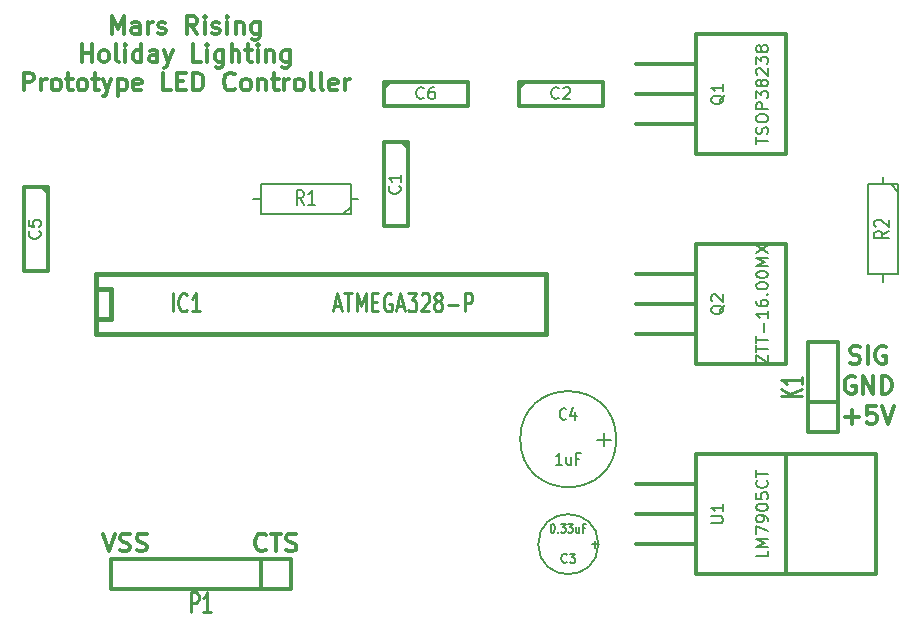
<source format=gto>
G04 (created by PCBNEW (2013-07-07 BZR 4022)-stable) date 5/29/2014 5:34:06 PM*
%MOIN*%
G04 Gerber Fmt 3.4, Leading zero omitted, Abs format*
%FSLAX34Y34*%
G01*
G70*
G90*
G04 APERTURE LIST*
%ADD10C,0.00590551*%
%ADD11C,0.011811*%
%ADD12C,0.012*%
%ADD13C,0.005*%
%ADD14C,0.015*%
%ADD15C,0.008*%
%ADD16C,0.0107*%
%ADD17C,0.0106*%
%ADD18C,0.006*%
%ADD19C,0.01125*%
%ADD20C,0.0075*%
G04 APERTURE END LIST*
G54D10*
G54D11*
X9539Y-6989D02*
X9539Y-6398D01*
X9736Y-6820D01*
X9933Y-6398D01*
X9933Y-6989D01*
X10467Y-6989D02*
X10467Y-6679D01*
X10439Y-6623D01*
X10383Y-6595D01*
X10270Y-6595D01*
X10214Y-6623D01*
X10467Y-6960D02*
X10411Y-6989D01*
X10270Y-6989D01*
X10214Y-6960D01*
X10186Y-6904D01*
X10186Y-6848D01*
X10214Y-6792D01*
X10270Y-6764D01*
X10411Y-6764D01*
X10467Y-6735D01*
X10748Y-6989D02*
X10748Y-6595D01*
X10748Y-6707D02*
X10776Y-6651D01*
X10804Y-6623D01*
X10861Y-6595D01*
X10917Y-6595D01*
X11086Y-6960D02*
X11142Y-6989D01*
X11254Y-6989D01*
X11311Y-6960D01*
X11339Y-6904D01*
X11339Y-6876D01*
X11311Y-6820D01*
X11254Y-6792D01*
X11170Y-6792D01*
X11114Y-6764D01*
X11086Y-6707D01*
X11086Y-6679D01*
X11114Y-6623D01*
X11170Y-6595D01*
X11254Y-6595D01*
X11311Y-6623D01*
X12379Y-6989D02*
X12182Y-6707D01*
X12042Y-6989D02*
X12042Y-6398D01*
X12267Y-6398D01*
X12323Y-6426D01*
X12351Y-6454D01*
X12379Y-6510D01*
X12379Y-6595D01*
X12351Y-6651D01*
X12323Y-6679D01*
X12267Y-6707D01*
X12042Y-6707D01*
X12632Y-6989D02*
X12632Y-6595D01*
X12632Y-6398D02*
X12604Y-6426D01*
X12632Y-6454D01*
X12660Y-6426D01*
X12632Y-6398D01*
X12632Y-6454D01*
X12885Y-6960D02*
X12942Y-6989D01*
X13054Y-6989D01*
X13110Y-6960D01*
X13138Y-6904D01*
X13138Y-6876D01*
X13110Y-6820D01*
X13054Y-6792D01*
X12970Y-6792D01*
X12913Y-6764D01*
X12885Y-6707D01*
X12885Y-6679D01*
X12913Y-6623D01*
X12970Y-6595D01*
X13054Y-6595D01*
X13110Y-6623D01*
X13392Y-6989D02*
X13392Y-6595D01*
X13392Y-6398D02*
X13363Y-6426D01*
X13392Y-6454D01*
X13420Y-6426D01*
X13392Y-6398D01*
X13392Y-6454D01*
X13673Y-6595D02*
X13673Y-6989D01*
X13673Y-6651D02*
X13701Y-6623D01*
X13757Y-6595D01*
X13841Y-6595D01*
X13898Y-6623D01*
X13926Y-6679D01*
X13926Y-6989D01*
X14460Y-6595D02*
X14460Y-7073D01*
X14432Y-7129D01*
X14404Y-7157D01*
X14348Y-7185D01*
X14263Y-7185D01*
X14207Y-7157D01*
X14460Y-6960D02*
X14404Y-6989D01*
X14291Y-6989D01*
X14235Y-6960D01*
X14207Y-6932D01*
X14179Y-6876D01*
X14179Y-6707D01*
X14207Y-6651D01*
X14235Y-6623D01*
X14291Y-6595D01*
X14404Y-6595D01*
X14460Y-6623D01*
X8526Y-7933D02*
X8526Y-7343D01*
X8526Y-7624D02*
X8864Y-7624D01*
X8864Y-7933D02*
X8864Y-7343D01*
X9230Y-7933D02*
X9173Y-7905D01*
X9145Y-7877D01*
X9117Y-7821D01*
X9117Y-7652D01*
X9145Y-7596D01*
X9173Y-7568D01*
X9230Y-7540D01*
X9314Y-7540D01*
X9370Y-7568D01*
X9398Y-7596D01*
X9426Y-7652D01*
X9426Y-7821D01*
X9398Y-7877D01*
X9370Y-7905D01*
X9314Y-7933D01*
X9230Y-7933D01*
X9764Y-7933D02*
X9708Y-7905D01*
X9679Y-7849D01*
X9679Y-7343D01*
X9989Y-7933D02*
X9989Y-7540D01*
X9989Y-7343D02*
X9961Y-7371D01*
X9989Y-7399D01*
X10017Y-7371D01*
X9989Y-7343D01*
X9989Y-7399D01*
X10523Y-7933D02*
X10523Y-7343D01*
X10523Y-7905D02*
X10467Y-7933D01*
X10354Y-7933D01*
X10298Y-7905D01*
X10270Y-7877D01*
X10242Y-7821D01*
X10242Y-7652D01*
X10270Y-7596D01*
X10298Y-7568D01*
X10354Y-7540D01*
X10467Y-7540D01*
X10523Y-7568D01*
X11057Y-7933D02*
X11057Y-7624D01*
X11029Y-7568D01*
X10973Y-7540D01*
X10861Y-7540D01*
X10804Y-7568D01*
X11057Y-7905D02*
X11001Y-7933D01*
X10861Y-7933D01*
X10804Y-7905D01*
X10776Y-7849D01*
X10776Y-7793D01*
X10804Y-7737D01*
X10861Y-7708D01*
X11001Y-7708D01*
X11057Y-7680D01*
X11282Y-7540D02*
X11423Y-7933D01*
X11564Y-7540D02*
X11423Y-7933D01*
X11367Y-8074D01*
X11339Y-8102D01*
X11282Y-8130D01*
X12520Y-7933D02*
X12239Y-7933D01*
X12239Y-7343D01*
X12717Y-7933D02*
X12717Y-7540D01*
X12717Y-7343D02*
X12688Y-7371D01*
X12717Y-7399D01*
X12745Y-7371D01*
X12717Y-7343D01*
X12717Y-7399D01*
X13251Y-7540D02*
X13251Y-8018D01*
X13223Y-8074D01*
X13195Y-8102D01*
X13138Y-8130D01*
X13054Y-8130D01*
X12998Y-8102D01*
X13251Y-7905D02*
X13195Y-7933D01*
X13082Y-7933D01*
X13026Y-7905D01*
X12998Y-7877D01*
X12970Y-7821D01*
X12970Y-7652D01*
X12998Y-7596D01*
X13026Y-7568D01*
X13082Y-7540D01*
X13195Y-7540D01*
X13251Y-7568D01*
X13532Y-7933D02*
X13532Y-7343D01*
X13785Y-7933D02*
X13785Y-7624D01*
X13757Y-7568D01*
X13701Y-7540D01*
X13616Y-7540D01*
X13560Y-7568D01*
X13532Y-7596D01*
X13982Y-7540D02*
X14207Y-7540D01*
X14066Y-7343D02*
X14066Y-7849D01*
X14095Y-7905D01*
X14151Y-7933D01*
X14207Y-7933D01*
X14404Y-7933D02*
X14404Y-7540D01*
X14404Y-7343D02*
X14376Y-7371D01*
X14404Y-7399D01*
X14432Y-7371D01*
X14404Y-7343D01*
X14404Y-7399D01*
X14685Y-7540D02*
X14685Y-7933D01*
X14685Y-7596D02*
X14713Y-7568D01*
X14769Y-7540D01*
X14854Y-7540D01*
X14910Y-7568D01*
X14938Y-7624D01*
X14938Y-7933D01*
X15473Y-7540D02*
X15473Y-8018D01*
X15444Y-8074D01*
X15416Y-8102D01*
X15360Y-8130D01*
X15276Y-8130D01*
X15219Y-8102D01*
X15473Y-7905D02*
X15416Y-7933D01*
X15304Y-7933D01*
X15248Y-7905D01*
X15219Y-7877D01*
X15191Y-7821D01*
X15191Y-7652D01*
X15219Y-7596D01*
X15248Y-7568D01*
X15304Y-7540D01*
X15416Y-7540D01*
X15473Y-7568D01*
X6600Y-8878D02*
X6600Y-8288D01*
X6825Y-8288D01*
X6881Y-8316D01*
X6910Y-8344D01*
X6938Y-8400D01*
X6938Y-8485D01*
X6910Y-8541D01*
X6881Y-8569D01*
X6825Y-8597D01*
X6600Y-8597D01*
X7191Y-8878D02*
X7191Y-8485D01*
X7191Y-8597D02*
X7219Y-8541D01*
X7247Y-8513D01*
X7303Y-8485D01*
X7359Y-8485D01*
X7641Y-8878D02*
X7584Y-8850D01*
X7556Y-8822D01*
X7528Y-8766D01*
X7528Y-8597D01*
X7556Y-8541D01*
X7584Y-8513D01*
X7641Y-8485D01*
X7725Y-8485D01*
X7781Y-8513D01*
X7809Y-8541D01*
X7838Y-8597D01*
X7838Y-8766D01*
X7809Y-8822D01*
X7781Y-8850D01*
X7725Y-8878D01*
X7641Y-8878D01*
X8006Y-8485D02*
X8231Y-8485D01*
X8091Y-8288D02*
X8091Y-8794D01*
X8119Y-8850D01*
X8175Y-8878D01*
X8231Y-8878D01*
X8512Y-8878D02*
X8456Y-8850D01*
X8428Y-8822D01*
X8400Y-8766D01*
X8400Y-8597D01*
X8428Y-8541D01*
X8456Y-8513D01*
X8512Y-8485D01*
X8597Y-8485D01*
X8653Y-8513D01*
X8681Y-8541D01*
X8709Y-8597D01*
X8709Y-8766D01*
X8681Y-8822D01*
X8653Y-8850D01*
X8597Y-8878D01*
X8512Y-8878D01*
X8878Y-8485D02*
X9103Y-8485D01*
X8962Y-8288D02*
X8962Y-8794D01*
X8991Y-8850D01*
X9047Y-8878D01*
X9103Y-8878D01*
X9244Y-8485D02*
X9384Y-8878D01*
X9525Y-8485D02*
X9384Y-8878D01*
X9328Y-9019D01*
X9300Y-9047D01*
X9244Y-9075D01*
X9750Y-8485D02*
X9750Y-9075D01*
X9750Y-8513D02*
X9806Y-8485D01*
X9919Y-8485D01*
X9975Y-8513D01*
X10003Y-8541D01*
X10031Y-8597D01*
X10031Y-8766D01*
X10003Y-8822D01*
X9975Y-8850D01*
X9919Y-8878D01*
X9806Y-8878D01*
X9750Y-8850D01*
X10509Y-8850D02*
X10453Y-8878D01*
X10340Y-8878D01*
X10284Y-8850D01*
X10256Y-8794D01*
X10256Y-8569D01*
X10284Y-8513D01*
X10340Y-8485D01*
X10453Y-8485D01*
X10509Y-8513D01*
X10537Y-8569D01*
X10537Y-8625D01*
X10256Y-8681D01*
X11521Y-8878D02*
X11240Y-8878D01*
X11240Y-8288D01*
X11718Y-8569D02*
X11915Y-8569D01*
X12000Y-8878D02*
X11718Y-8878D01*
X11718Y-8288D01*
X12000Y-8288D01*
X12253Y-8878D02*
X12253Y-8288D01*
X12393Y-8288D01*
X12478Y-8316D01*
X12534Y-8372D01*
X12562Y-8428D01*
X12590Y-8541D01*
X12590Y-8625D01*
X12562Y-8738D01*
X12534Y-8794D01*
X12478Y-8850D01*
X12393Y-8878D01*
X12253Y-8878D01*
X13631Y-8822D02*
X13602Y-8850D01*
X13518Y-8878D01*
X13462Y-8878D01*
X13377Y-8850D01*
X13321Y-8794D01*
X13293Y-8738D01*
X13265Y-8625D01*
X13265Y-8541D01*
X13293Y-8428D01*
X13321Y-8372D01*
X13377Y-8316D01*
X13462Y-8288D01*
X13518Y-8288D01*
X13602Y-8316D01*
X13631Y-8344D01*
X13968Y-8878D02*
X13912Y-8850D01*
X13884Y-8822D01*
X13856Y-8766D01*
X13856Y-8597D01*
X13884Y-8541D01*
X13912Y-8513D01*
X13968Y-8485D01*
X14052Y-8485D01*
X14109Y-8513D01*
X14137Y-8541D01*
X14165Y-8597D01*
X14165Y-8766D01*
X14137Y-8822D01*
X14109Y-8850D01*
X14052Y-8878D01*
X13968Y-8878D01*
X14418Y-8485D02*
X14418Y-8878D01*
X14418Y-8541D02*
X14446Y-8513D01*
X14502Y-8485D01*
X14587Y-8485D01*
X14643Y-8513D01*
X14671Y-8569D01*
X14671Y-8878D01*
X14868Y-8485D02*
X15093Y-8485D01*
X14952Y-8288D02*
X14952Y-8794D01*
X14980Y-8850D01*
X15037Y-8878D01*
X15093Y-8878D01*
X15290Y-8878D02*
X15290Y-8485D01*
X15290Y-8597D02*
X15318Y-8541D01*
X15346Y-8513D01*
X15402Y-8485D01*
X15458Y-8485D01*
X15740Y-8878D02*
X15683Y-8850D01*
X15655Y-8822D01*
X15627Y-8766D01*
X15627Y-8597D01*
X15655Y-8541D01*
X15683Y-8513D01*
X15740Y-8485D01*
X15824Y-8485D01*
X15880Y-8513D01*
X15908Y-8541D01*
X15937Y-8597D01*
X15937Y-8766D01*
X15908Y-8822D01*
X15880Y-8850D01*
X15824Y-8878D01*
X15740Y-8878D01*
X16274Y-8878D02*
X16218Y-8850D01*
X16190Y-8794D01*
X16190Y-8288D01*
X16583Y-8878D02*
X16527Y-8850D01*
X16499Y-8794D01*
X16499Y-8288D01*
X17033Y-8850D02*
X16977Y-8878D01*
X16865Y-8878D01*
X16808Y-8850D01*
X16780Y-8794D01*
X16780Y-8569D01*
X16808Y-8513D01*
X16865Y-8485D01*
X16977Y-8485D01*
X17033Y-8513D01*
X17061Y-8569D01*
X17061Y-8625D01*
X16780Y-8681D01*
X17314Y-8878D02*
X17314Y-8485D01*
X17314Y-8597D02*
X17343Y-8541D01*
X17371Y-8513D01*
X17427Y-8485D01*
X17483Y-8485D01*
X9240Y-23648D02*
X9437Y-24239D01*
X9634Y-23648D01*
X9803Y-24210D02*
X9887Y-24239D01*
X10028Y-24239D01*
X10084Y-24210D01*
X10112Y-24182D01*
X10140Y-24126D01*
X10140Y-24070D01*
X10112Y-24014D01*
X10084Y-23985D01*
X10028Y-23957D01*
X9915Y-23929D01*
X9859Y-23901D01*
X9831Y-23873D01*
X9803Y-23817D01*
X9803Y-23760D01*
X9831Y-23704D01*
X9859Y-23676D01*
X9915Y-23648D01*
X10056Y-23648D01*
X10140Y-23676D01*
X10365Y-24210D02*
X10449Y-24239D01*
X10590Y-24239D01*
X10646Y-24210D01*
X10674Y-24182D01*
X10703Y-24126D01*
X10703Y-24070D01*
X10674Y-24014D01*
X10646Y-23985D01*
X10590Y-23957D01*
X10478Y-23929D01*
X10421Y-23901D01*
X10393Y-23873D01*
X10365Y-23817D01*
X10365Y-23760D01*
X10393Y-23704D01*
X10421Y-23676D01*
X10478Y-23648D01*
X10618Y-23648D01*
X10703Y-23676D01*
X14676Y-24182D02*
X14648Y-24210D01*
X14564Y-24239D01*
X14507Y-24239D01*
X14423Y-24210D01*
X14367Y-24154D01*
X14339Y-24098D01*
X14311Y-23985D01*
X14311Y-23901D01*
X14339Y-23789D01*
X14367Y-23732D01*
X14423Y-23676D01*
X14507Y-23648D01*
X14564Y-23648D01*
X14648Y-23676D01*
X14676Y-23704D01*
X14845Y-23648D02*
X15182Y-23648D01*
X15014Y-24239D02*
X15014Y-23648D01*
X15351Y-24210D02*
X15435Y-24239D01*
X15576Y-24239D01*
X15632Y-24210D01*
X15660Y-24182D01*
X15688Y-24126D01*
X15688Y-24070D01*
X15660Y-24014D01*
X15632Y-23985D01*
X15576Y-23957D01*
X15464Y-23929D01*
X15407Y-23901D01*
X15379Y-23873D01*
X15351Y-23817D01*
X15351Y-23760D01*
X15379Y-23704D01*
X15407Y-23676D01*
X15464Y-23648D01*
X15604Y-23648D01*
X15688Y-23676D01*
X34145Y-17960D02*
X34229Y-17989D01*
X34370Y-17989D01*
X34426Y-17960D01*
X34454Y-17932D01*
X34482Y-17876D01*
X34482Y-17820D01*
X34454Y-17764D01*
X34426Y-17735D01*
X34370Y-17707D01*
X34257Y-17679D01*
X34201Y-17651D01*
X34173Y-17623D01*
X34145Y-17567D01*
X34145Y-17510D01*
X34173Y-17454D01*
X34201Y-17426D01*
X34257Y-17398D01*
X34398Y-17398D01*
X34482Y-17426D01*
X34735Y-17989D02*
X34735Y-17398D01*
X35326Y-17426D02*
X35270Y-17398D01*
X35185Y-17398D01*
X35101Y-17426D01*
X35045Y-17482D01*
X35017Y-17539D01*
X34989Y-17651D01*
X34989Y-17735D01*
X35017Y-17848D01*
X35045Y-17904D01*
X35101Y-17960D01*
X35185Y-17989D01*
X35242Y-17989D01*
X35326Y-17960D01*
X35354Y-17932D01*
X35354Y-17735D01*
X35242Y-17735D01*
X34300Y-18426D02*
X34243Y-18398D01*
X34159Y-18398D01*
X34075Y-18426D01*
X34018Y-18482D01*
X33990Y-18539D01*
X33962Y-18651D01*
X33962Y-18735D01*
X33990Y-18848D01*
X34018Y-18904D01*
X34075Y-18960D01*
X34159Y-18989D01*
X34215Y-18989D01*
X34300Y-18960D01*
X34328Y-18932D01*
X34328Y-18735D01*
X34215Y-18735D01*
X34581Y-18989D02*
X34581Y-18398D01*
X34918Y-18989D01*
X34918Y-18398D01*
X35199Y-18989D02*
X35199Y-18398D01*
X35340Y-18398D01*
X35424Y-18426D01*
X35481Y-18482D01*
X35509Y-18539D01*
X35537Y-18651D01*
X35537Y-18735D01*
X35509Y-18848D01*
X35481Y-18904D01*
X35424Y-18960D01*
X35340Y-18989D01*
X35199Y-18989D01*
X33990Y-19764D02*
X34440Y-19764D01*
X34215Y-19989D02*
X34215Y-19539D01*
X35003Y-19398D02*
X34721Y-19398D01*
X34693Y-19679D01*
X34721Y-19651D01*
X34778Y-19623D01*
X34918Y-19623D01*
X34974Y-19651D01*
X35003Y-19679D01*
X35031Y-19735D01*
X35031Y-19876D01*
X35003Y-19932D01*
X34974Y-19960D01*
X34918Y-19989D01*
X34778Y-19989D01*
X34721Y-19960D01*
X34693Y-19932D01*
X35199Y-19398D02*
X35396Y-19989D01*
X35593Y-19398D01*
X32000Y-11000D02*
X29000Y-11000D01*
X29000Y-7000D02*
X32000Y-7000D01*
G54D12*
X27000Y-8000D02*
X29000Y-8000D01*
X27000Y-9000D02*
X29000Y-9000D01*
X27000Y-10000D02*
X29000Y-10000D01*
X29000Y-7000D02*
X29000Y-11000D01*
X32000Y-10500D02*
X32000Y-7000D01*
X32000Y-10500D02*
X32000Y-11000D01*
G54D11*
X29000Y-14000D02*
X32000Y-14000D01*
G54D10*
X32000Y-14000D02*
X32000Y-18000D01*
G54D11*
X32000Y-18000D02*
X29000Y-18000D01*
G54D10*
X29000Y-18000D02*
X29000Y-14000D01*
G54D12*
X27000Y-15000D02*
X29000Y-15000D01*
X27000Y-16000D02*
X29000Y-16000D01*
X27000Y-17000D02*
X29000Y-17000D01*
X29000Y-14000D02*
X29000Y-18000D01*
X32000Y-17500D02*
X32000Y-14000D01*
X32000Y-17500D02*
X32000Y-18000D01*
X27000Y-22000D02*
X29000Y-22000D01*
X27000Y-23000D02*
X29000Y-23000D01*
X27000Y-24000D02*
X29000Y-24000D01*
X29000Y-25000D02*
X35000Y-25000D01*
X35000Y-25000D02*
X35000Y-21000D01*
X35000Y-21000D02*
X29000Y-21000D01*
X29000Y-21000D02*
X29000Y-25000D01*
X32000Y-24500D02*
X32000Y-21000D01*
X32000Y-24500D02*
X32000Y-25000D01*
X15500Y-24500D02*
X15500Y-25500D01*
X15500Y-25500D02*
X9500Y-25500D01*
X9500Y-25500D02*
X9500Y-24500D01*
X9500Y-24500D02*
X15500Y-24500D01*
X14500Y-24500D02*
X14500Y-25500D01*
X33750Y-20250D02*
X32750Y-20250D01*
X32750Y-20250D02*
X32750Y-17250D01*
X32750Y-17250D02*
X33750Y-17250D01*
X33750Y-17250D02*
X33750Y-20250D01*
X32750Y-19250D02*
X33750Y-19250D01*
G54D13*
X17500Y-12750D02*
X17500Y-12000D01*
X17500Y-12000D02*
X14500Y-12000D01*
X14500Y-12000D02*
X14500Y-13000D01*
X14500Y-13000D02*
X17500Y-13000D01*
X17500Y-13000D02*
X17500Y-12750D01*
X17750Y-12500D02*
X17500Y-12500D01*
X14500Y-12500D02*
X14250Y-12500D01*
X17500Y-12750D02*
X17250Y-13000D01*
G54D14*
X9000Y-15000D02*
X24000Y-15000D01*
X24000Y-15000D02*
X24000Y-17000D01*
X24000Y-17000D02*
X9000Y-17000D01*
X9000Y-17000D02*
X9000Y-15000D01*
X9000Y-15500D02*
X9500Y-15500D01*
X9500Y-15500D02*
X9500Y-16500D01*
X9500Y-16500D02*
X9000Y-16500D01*
G54D12*
X23100Y-8600D02*
X25900Y-8600D01*
X25900Y-8600D02*
X25900Y-9400D01*
X25900Y-9400D02*
X23100Y-9400D01*
X23100Y-9400D02*
X23100Y-8600D01*
X23100Y-8800D02*
X23300Y-8600D01*
X19400Y-10600D02*
X19400Y-13400D01*
X19400Y-13400D02*
X18600Y-13400D01*
X18600Y-13400D02*
X18600Y-10600D01*
X18600Y-10600D02*
X19400Y-10600D01*
X19200Y-10600D02*
X19400Y-10800D01*
X7400Y-12100D02*
X7400Y-14900D01*
X7400Y-14900D02*
X6600Y-14900D01*
X6600Y-14900D02*
X6600Y-12100D01*
X6600Y-12100D02*
X7400Y-12100D01*
X7200Y-12100D02*
X7400Y-12300D01*
X18600Y-8600D02*
X21400Y-8600D01*
X21400Y-8600D02*
X21400Y-9400D01*
X21400Y-9400D02*
X18600Y-9400D01*
X18600Y-9400D02*
X18600Y-8600D01*
X18600Y-8800D02*
X18800Y-8600D01*
G54D15*
X26350Y-20500D02*
G75*
G03X26350Y-20500I-1600J0D01*
G74*
G01*
G54D13*
X25751Y-24000D02*
G75*
G03X25751Y-24000I-1001J0D01*
G74*
G01*
X35500Y-12000D02*
X34750Y-12000D01*
X34750Y-12000D02*
X34750Y-15000D01*
X34750Y-15000D02*
X35750Y-15000D01*
X35750Y-15000D02*
X35750Y-12000D01*
X35750Y-12000D02*
X35500Y-12000D01*
X35250Y-11750D02*
X35250Y-12000D01*
X35250Y-15000D02*
X35250Y-15250D01*
X35500Y-12000D02*
X35750Y-12250D01*
G54D15*
X29950Y-9038D02*
X29930Y-9076D01*
X29892Y-9114D01*
X29835Y-9171D01*
X29816Y-9209D01*
X29816Y-9247D01*
X29911Y-9228D02*
X29892Y-9266D01*
X29854Y-9304D01*
X29778Y-9323D01*
X29645Y-9323D01*
X29569Y-9304D01*
X29530Y-9266D01*
X29511Y-9228D01*
X29511Y-9152D01*
X29530Y-9114D01*
X29569Y-9076D01*
X29645Y-9057D01*
X29778Y-9057D01*
X29854Y-9076D01*
X29892Y-9114D01*
X29911Y-9152D01*
X29911Y-9228D01*
X29911Y-8676D02*
X29911Y-8904D01*
X29911Y-8790D02*
X29511Y-8790D01*
X29569Y-8828D01*
X29607Y-8866D01*
X29626Y-8904D01*
X31011Y-10666D02*
X31011Y-10438D01*
X31411Y-10552D02*
X31011Y-10552D01*
X31392Y-10323D02*
X31411Y-10266D01*
X31411Y-10171D01*
X31392Y-10133D01*
X31373Y-10114D01*
X31335Y-10095D01*
X31297Y-10095D01*
X31259Y-10114D01*
X31240Y-10133D01*
X31221Y-10171D01*
X31202Y-10247D01*
X31183Y-10285D01*
X31164Y-10304D01*
X31126Y-10323D01*
X31088Y-10323D01*
X31050Y-10304D01*
X31030Y-10285D01*
X31011Y-10247D01*
X31011Y-10152D01*
X31030Y-10095D01*
X31011Y-9847D02*
X31011Y-9771D01*
X31030Y-9733D01*
X31069Y-9695D01*
X31145Y-9676D01*
X31278Y-9676D01*
X31354Y-9695D01*
X31392Y-9733D01*
X31411Y-9771D01*
X31411Y-9847D01*
X31392Y-9885D01*
X31354Y-9923D01*
X31278Y-9942D01*
X31145Y-9942D01*
X31069Y-9923D01*
X31030Y-9885D01*
X31011Y-9847D01*
X31411Y-9504D02*
X31011Y-9504D01*
X31011Y-9352D01*
X31030Y-9314D01*
X31050Y-9295D01*
X31088Y-9276D01*
X31145Y-9276D01*
X31183Y-9295D01*
X31202Y-9314D01*
X31221Y-9352D01*
X31221Y-9504D01*
X31011Y-9142D02*
X31011Y-8895D01*
X31164Y-9028D01*
X31164Y-8971D01*
X31183Y-8933D01*
X31202Y-8914D01*
X31240Y-8895D01*
X31335Y-8895D01*
X31373Y-8914D01*
X31392Y-8933D01*
X31411Y-8971D01*
X31411Y-9085D01*
X31392Y-9123D01*
X31373Y-9142D01*
X31183Y-8666D02*
X31164Y-8704D01*
X31145Y-8723D01*
X31107Y-8742D01*
X31088Y-8742D01*
X31050Y-8723D01*
X31030Y-8704D01*
X31011Y-8666D01*
X31011Y-8590D01*
X31030Y-8552D01*
X31050Y-8533D01*
X31088Y-8514D01*
X31107Y-8514D01*
X31145Y-8533D01*
X31164Y-8552D01*
X31183Y-8590D01*
X31183Y-8666D01*
X31202Y-8704D01*
X31221Y-8723D01*
X31259Y-8742D01*
X31335Y-8742D01*
X31373Y-8723D01*
X31392Y-8704D01*
X31411Y-8666D01*
X31411Y-8590D01*
X31392Y-8552D01*
X31373Y-8533D01*
X31335Y-8514D01*
X31259Y-8514D01*
X31221Y-8533D01*
X31202Y-8552D01*
X31183Y-8590D01*
X31050Y-8361D02*
X31030Y-8342D01*
X31011Y-8304D01*
X31011Y-8209D01*
X31030Y-8171D01*
X31050Y-8152D01*
X31088Y-8133D01*
X31126Y-8133D01*
X31183Y-8152D01*
X31411Y-8380D01*
X31411Y-8133D01*
X31011Y-8000D02*
X31011Y-7752D01*
X31164Y-7885D01*
X31164Y-7828D01*
X31183Y-7790D01*
X31202Y-7771D01*
X31240Y-7752D01*
X31335Y-7752D01*
X31373Y-7771D01*
X31392Y-7790D01*
X31411Y-7828D01*
X31411Y-7942D01*
X31392Y-7980D01*
X31373Y-8000D01*
X31183Y-7523D02*
X31164Y-7561D01*
X31145Y-7580D01*
X31107Y-7600D01*
X31088Y-7600D01*
X31050Y-7580D01*
X31030Y-7561D01*
X31011Y-7523D01*
X31011Y-7447D01*
X31030Y-7409D01*
X31050Y-7390D01*
X31088Y-7371D01*
X31107Y-7371D01*
X31145Y-7390D01*
X31164Y-7409D01*
X31183Y-7447D01*
X31183Y-7523D01*
X31202Y-7561D01*
X31221Y-7580D01*
X31259Y-7600D01*
X31335Y-7600D01*
X31373Y-7580D01*
X31392Y-7561D01*
X31411Y-7523D01*
X31411Y-7447D01*
X31392Y-7409D01*
X31373Y-7390D01*
X31335Y-7371D01*
X31259Y-7371D01*
X31221Y-7390D01*
X31202Y-7409D01*
X31183Y-7447D01*
X29950Y-16038D02*
X29930Y-16076D01*
X29892Y-16114D01*
X29835Y-16171D01*
X29816Y-16209D01*
X29816Y-16247D01*
X29911Y-16228D02*
X29892Y-16266D01*
X29854Y-16304D01*
X29778Y-16323D01*
X29645Y-16323D01*
X29569Y-16304D01*
X29530Y-16266D01*
X29511Y-16228D01*
X29511Y-16152D01*
X29530Y-16114D01*
X29569Y-16076D01*
X29645Y-16057D01*
X29778Y-16057D01*
X29854Y-16076D01*
X29892Y-16114D01*
X29911Y-16152D01*
X29911Y-16228D01*
X29550Y-15904D02*
X29530Y-15885D01*
X29511Y-15847D01*
X29511Y-15752D01*
X29530Y-15714D01*
X29550Y-15695D01*
X29588Y-15676D01*
X29626Y-15676D01*
X29683Y-15695D01*
X29911Y-15923D01*
X29911Y-15676D01*
X31011Y-17961D02*
X31011Y-17695D01*
X31411Y-17961D01*
X31411Y-17695D01*
X31011Y-17600D02*
X31011Y-17371D01*
X31411Y-17485D02*
X31011Y-17485D01*
X31011Y-17295D02*
X31011Y-17066D01*
X31411Y-17180D02*
X31011Y-17180D01*
X31259Y-16933D02*
X31259Y-16628D01*
X31411Y-16228D02*
X31411Y-16457D01*
X31411Y-16342D02*
X31011Y-16342D01*
X31069Y-16380D01*
X31107Y-16419D01*
X31126Y-16457D01*
X31011Y-15885D02*
X31011Y-15961D01*
X31030Y-16000D01*
X31050Y-16019D01*
X31107Y-16057D01*
X31183Y-16076D01*
X31335Y-16076D01*
X31373Y-16057D01*
X31392Y-16038D01*
X31411Y-16000D01*
X31411Y-15923D01*
X31392Y-15885D01*
X31373Y-15866D01*
X31335Y-15847D01*
X31240Y-15847D01*
X31202Y-15866D01*
X31183Y-15885D01*
X31164Y-15923D01*
X31164Y-16000D01*
X31183Y-16038D01*
X31202Y-16057D01*
X31240Y-16076D01*
X31373Y-15676D02*
X31392Y-15657D01*
X31411Y-15676D01*
X31392Y-15695D01*
X31373Y-15676D01*
X31411Y-15676D01*
X31011Y-15409D02*
X31011Y-15371D01*
X31030Y-15333D01*
X31050Y-15314D01*
X31088Y-15295D01*
X31164Y-15276D01*
X31259Y-15276D01*
X31335Y-15295D01*
X31373Y-15314D01*
X31392Y-15333D01*
X31411Y-15371D01*
X31411Y-15409D01*
X31392Y-15447D01*
X31373Y-15466D01*
X31335Y-15485D01*
X31259Y-15504D01*
X31164Y-15504D01*
X31088Y-15485D01*
X31050Y-15466D01*
X31030Y-15447D01*
X31011Y-15409D01*
X31011Y-15028D02*
X31011Y-14990D01*
X31030Y-14952D01*
X31050Y-14933D01*
X31088Y-14914D01*
X31164Y-14895D01*
X31259Y-14895D01*
X31335Y-14914D01*
X31373Y-14933D01*
X31392Y-14952D01*
X31411Y-14990D01*
X31411Y-15028D01*
X31392Y-15066D01*
X31373Y-15085D01*
X31335Y-15104D01*
X31259Y-15123D01*
X31164Y-15123D01*
X31088Y-15104D01*
X31050Y-15085D01*
X31030Y-15066D01*
X31011Y-15028D01*
X31411Y-14723D02*
X31011Y-14723D01*
X31297Y-14590D01*
X31011Y-14457D01*
X31411Y-14457D01*
X31011Y-14304D02*
X31411Y-14038D01*
X31011Y-14038D02*
X31411Y-14304D01*
X29511Y-23304D02*
X29835Y-23304D01*
X29873Y-23285D01*
X29892Y-23266D01*
X29911Y-23228D01*
X29911Y-23152D01*
X29892Y-23114D01*
X29873Y-23095D01*
X29835Y-23076D01*
X29511Y-23076D01*
X29911Y-22676D02*
X29911Y-22904D01*
X29911Y-22790D02*
X29511Y-22790D01*
X29569Y-22828D01*
X29607Y-22866D01*
X29626Y-22904D01*
X31411Y-24219D02*
X31411Y-24409D01*
X31011Y-24409D01*
X31411Y-24085D02*
X31011Y-24085D01*
X31297Y-23952D01*
X31011Y-23819D01*
X31411Y-23819D01*
X31011Y-23666D02*
X31011Y-23400D01*
X31411Y-23571D01*
X31411Y-23228D02*
X31411Y-23152D01*
X31392Y-23114D01*
X31373Y-23095D01*
X31316Y-23057D01*
X31240Y-23038D01*
X31088Y-23038D01*
X31050Y-23057D01*
X31030Y-23076D01*
X31011Y-23114D01*
X31011Y-23190D01*
X31030Y-23228D01*
X31050Y-23247D01*
X31088Y-23266D01*
X31183Y-23266D01*
X31221Y-23247D01*
X31240Y-23228D01*
X31259Y-23190D01*
X31259Y-23114D01*
X31240Y-23076D01*
X31221Y-23057D01*
X31183Y-23038D01*
X31011Y-22790D02*
X31011Y-22752D01*
X31030Y-22714D01*
X31050Y-22695D01*
X31088Y-22676D01*
X31164Y-22657D01*
X31259Y-22657D01*
X31335Y-22676D01*
X31373Y-22695D01*
X31392Y-22714D01*
X31411Y-22752D01*
X31411Y-22790D01*
X31392Y-22828D01*
X31373Y-22847D01*
X31335Y-22866D01*
X31259Y-22885D01*
X31164Y-22885D01*
X31088Y-22866D01*
X31050Y-22847D01*
X31030Y-22828D01*
X31011Y-22790D01*
X31011Y-22295D02*
X31011Y-22485D01*
X31202Y-22504D01*
X31183Y-22485D01*
X31164Y-22447D01*
X31164Y-22352D01*
X31183Y-22314D01*
X31202Y-22295D01*
X31240Y-22276D01*
X31335Y-22276D01*
X31373Y-22295D01*
X31392Y-22314D01*
X31411Y-22352D01*
X31411Y-22447D01*
X31392Y-22485D01*
X31373Y-22504D01*
X31373Y-21876D02*
X31392Y-21895D01*
X31411Y-21952D01*
X31411Y-21990D01*
X31392Y-22047D01*
X31354Y-22085D01*
X31316Y-22104D01*
X31240Y-22123D01*
X31183Y-22123D01*
X31107Y-22104D01*
X31069Y-22085D01*
X31030Y-22047D01*
X31011Y-21990D01*
X31011Y-21952D01*
X31030Y-21895D01*
X31050Y-21876D01*
X31011Y-21761D02*
X31011Y-21533D01*
X31411Y-21647D02*
X31011Y-21647D01*
G54D16*
X12184Y-26275D02*
X12184Y-25594D01*
X12347Y-25594D01*
X12387Y-25627D01*
X12408Y-25659D01*
X12428Y-25724D01*
X12428Y-25821D01*
X12408Y-25886D01*
X12387Y-25918D01*
X12347Y-25951D01*
X12184Y-25951D01*
X12836Y-26275D02*
X12591Y-26275D01*
X12714Y-26275D02*
X12714Y-25594D01*
X12673Y-25691D01*
X12632Y-25756D01*
X12591Y-25789D01*
G54D12*
G54D17*
X32535Y-19062D02*
X31830Y-19062D01*
X32535Y-18820D02*
X32132Y-19002D01*
X31830Y-18820D02*
X32233Y-19062D01*
X32535Y-18416D02*
X32535Y-18659D01*
X32535Y-18538D02*
X31830Y-18538D01*
X31931Y-18578D01*
X31998Y-18618D01*
X32031Y-18659D01*
G54D12*
G54D18*
X15933Y-12702D02*
X15800Y-12464D01*
X15704Y-12702D02*
X15704Y-12202D01*
X15857Y-12202D01*
X15895Y-12226D01*
X15914Y-12250D01*
X15933Y-12297D01*
X15933Y-12369D01*
X15914Y-12416D01*
X15895Y-12440D01*
X15857Y-12464D01*
X15704Y-12464D01*
X16314Y-12702D02*
X16085Y-12702D01*
X16200Y-12702D02*
X16200Y-12202D01*
X16161Y-12273D01*
X16123Y-12321D01*
X16085Y-12345D01*
G54D19*
X11560Y-16242D02*
X11560Y-15642D01*
X12032Y-16185D02*
X12010Y-16214D01*
X11946Y-16242D01*
X11903Y-16242D01*
X11839Y-16214D01*
X11796Y-16157D01*
X11775Y-16100D01*
X11753Y-15985D01*
X11753Y-15900D01*
X11775Y-15785D01*
X11796Y-15728D01*
X11839Y-15671D01*
X11903Y-15642D01*
X11946Y-15642D01*
X12010Y-15671D01*
X12032Y-15700D01*
X12460Y-16242D02*
X12203Y-16242D01*
X12332Y-16242D02*
X12332Y-15642D01*
X12289Y-15728D01*
X12246Y-15785D01*
X12203Y-15814D01*
G54D12*
G54D19*
X16946Y-16071D02*
X17160Y-16071D01*
X16903Y-16242D02*
X17053Y-15642D01*
X17203Y-16242D01*
X17289Y-15642D02*
X17546Y-15642D01*
X17417Y-16242D02*
X17417Y-15642D01*
X17696Y-16242D02*
X17696Y-15642D01*
X17846Y-16071D01*
X17996Y-15642D01*
X17996Y-16242D01*
X18210Y-15928D02*
X18360Y-15928D01*
X18425Y-16242D02*
X18210Y-16242D01*
X18210Y-15642D01*
X18425Y-15642D01*
X18853Y-15671D02*
X18810Y-15642D01*
X18746Y-15642D01*
X18682Y-15671D01*
X18639Y-15728D01*
X18617Y-15785D01*
X18596Y-15900D01*
X18596Y-15985D01*
X18617Y-16100D01*
X18639Y-16157D01*
X18682Y-16214D01*
X18746Y-16242D01*
X18789Y-16242D01*
X18853Y-16214D01*
X18875Y-16185D01*
X18875Y-15985D01*
X18789Y-15985D01*
X19046Y-16071D02*
X19260Y-16071D01*
X19003Y-16242D02*
X19153Y-15642D01*
X19303Y-16242D01*
X19410Y-15642D02*
X19689Y-15642D01*
X19539Y-15871D01*
X19603Y-15871D01*
X19646Y-15900D01*
X19667Y-15928D01*
X19689Y-15985D01*
X19689Y-16128D01*
X19667Y-16185D01*
X19646Y-16214D01*
X19603Y-16242D01*
X19475Y-16242D01*
X19432Y-16214D01*
X19410Y-16185D01*
X19860Y-15700D02*
X19882Y-15671D01*
X19925Y-15642D01*
X20032Y-15642D01*
X20075Y-15671D01*
X20096Y-15700D01*
X20117Y-15757D01*
X20117Y-15814D01*
X20096Y-15900D01*
X19839Y-16242D01*
X20117Y-16242D01*
X20375Y-15900D02*
X20332Y-15871D01*
X20310Y-15842D01*
X20289Y-15785D01*
X20289Y-15757D01*
X20310Y-15700D01*
X20332Y-15671D01*
X20375Y-15642D01*
X20460Y-15642D01*
X20503Y-15671D01*
X20525Y-15700D01*
X20546Y-15757D01*
X20546Y-15785D01*
X20525Y-15842D01*
X20503Y-15871D01*
X20460Y-15900D01*
X20375Y-15900D01*
X20332Y-15928D01*
X20310Y-15957D01*
X20289Y-16014D01*
X20289Y-16128D01*
X20310Y-16185D01*
X20332Y-16214D01*
X20375Y-16242D01*
X20460Y-16242D01*
X20503Y-16214D01*
X20525Y-16185D01*
X20546Y-16128D01*
X20546Y-16014D01*
X20525Y-15957D01*
X20503Y-15928D01*
X20460Y-15900D01*
X20739Y-16014D02*
X21082Y-16014D01*
X21296Y-16242D02*
X21296Y-15642D01*
X21467Y-15642D01*
X21510Y-15671D01*
X21532Y-15700D01*
X21553Y-15757D01*
X21553Y-15842D01*
X21532Y-15900D01*
X21510Y-15928D01*
X21467Y-15957D01*
X21296Y-15957D01*
G54D12*
G54D15*
X24433Y-9123D02*
X24414Y-9142D01*
X24357Y-9161D01*
X24319Y-9161D01*
X24261Y-9142D01*
X24223Y-9104D01*
X24204Y-9066D01*
X24185Y-8990D01*
X24185Y-8933D01*
X24204Y-8857D01*
X24223Y-8819D01*
X24261Y-8780D01*
X24319Y-8761D01*
X24357Y-8761D01*
X24414Y-8780D01*
X24433Y-8800D01*
X24585Y-8800D02*
X24604Y-8780D01*
X24642Y-8761D01*
X24738Y-8761D01*
X24776Y-8780D01*
X24795Y-8800D01*
X24814Y-8838D01*
X24814Y-8876D01*
X24795Y-8933D01*
X24566Y-9161D01*
X24814Y-9161D01*
X19123Y-12066D02*
X19142Y-12085D01*
X19161Y-12142D01*
X19161Y-12180D01*
X19142Y-12238D01*
X19104Y-12276D01*
X19066Y-12295D01*
X18990Y-12314D01*
X18933Y-12314D01*
X18857Y-12295D01*
X18819Y-12276D01*
X18780Y-12238D01*
X18761Y-12180D01*
X18761Y-12142D01*
X18780Y-12085D01*
X18800Y-12066D01*
X19161Y-11685D02*
X19161Y-11914D01*
X19161Y-11799D02*
X18761Y-11799D01*
X18819Y-11838D01*
X18857Y-11876D01*
X18876Y-11914D01*
X7123Y-13566D02*
X7142Y-13585D01*
X7161Y-13642D01*
X7161Y-13680D01*
X7142Y-13738D01*
X7104Y-13776D01*
X7066Y-13795D01*
X6990Y-13814D01*
X6933Y-13814D01*
X6857Y-13795D01*
X6819Y-13776D01*
X6780Y-13738D01*
X6761Y-13680D01*
X6761Y-13642D01*
X6780Y-13585D01*
X6800Y-13566D01*
X6761Y-13204D02*
X6761Y-13395D01*
X6952Y-13414D01*
X6933Y-13395D01*
X6914Y-13357D01*
X6914Y-13261D01*
X6933Y-13223D01*
X6952Y-13204D01*
X6990Y-13185D01*
X7085Y-13185D01*
X7123Y-13204D01*
X7142Y-13223D01*
X7161Y-13261D01*
X7161Y-13357D01*
X7142Y-13395D01*
X7123Y-13414D01*
X19933Y-9123D02*
X19914Y-9142D01*
X19857Y-9161D01*
X19819Y-9161D01*
X19761Y-9142D01*
X19723Y-9104D01*
X19704Y-9066D01*
X19685Y-8990D01*
X19685Y-8933D01*
X19704Y-8857D01*
X19723Y-8819D01*
X19761Y-8780D01*
X19819Y-8761D01*
X19857Y-8761D01*
X19914Y-8780D01*
X19933Y-8800D01*
X20276Y-8761D02*
X20200Y-8761D01*
X20161Y-8780D01*
X20142Y-8800D01*
X20104Y-8857D01*
X20085Y-8933D01*
X20085Y-9085D01*
X20104Y-9123D01*
X20123Y-9142D01*
X20161Y-9161D01*
X20238Y-9161D01*
X20276Y-9142D01*
X20295Y-9123D01*
X20314Y-9085D01*
X20314Y-8990D01*
X20295Y-8952D01*
X20276Y-8933D01*
X20238Y-8914D01*
X20161Y-8914D01*
X20123Y-8933D01*
X20104Y-8952D01*
X20085Y-8990D01*
X24691Y-19823D02*
X24675Y-19842D01*
X24625Y-19861D01*
X24591Y-19861D01*
X24541Y-19842D01*
X24508Y-19804D01*
X24491Y-19766D01*
X24475Y-19690D01*
X24475Y-19633D01*
X24491Y-19557D01*
X24508Y-19519D01*
X24541Y-19480D01*
X24591Y-19461D01*
X24625Y-19461D01*
X24675Y-19480D01*
X24691Y-19500D01*
X24991Y-19595D02*
X24991Y-19861D01*
X24908Y-19442D02*
X24825Y-19728D01*
X25041Y-19728D01*
X24541Y-21360D02*
X24341Y-21360D01*
X24441Y-21360D02*
X24441Y-20960D01*
X24408Y-21018D01*
X24375Y-21056D01*
X24341Y-21075D01*
X24841Y-21094D02*
X24841Y-21360D01*
X24691Y-21094D02*
X24691Y-21303D01*
X24708Y-21341D01*
X24741Y-21360D01*
X24791Y-21360D01*
X24825Y-21341D01*
X24841Y-21322D01*
X25125Y-21151D02*
X25008Y-21151D01*
X25008Y-21360D02*
X25008Y-20960D01*
X25175Y-20960D01*
X25720Y-20514D02*
X26177Y-20514D01*
X25949Y-20742D02*
X25949Y-20285D01*
G54D13*
X24700Y-24591D02*
X24685Y-24606D01*
X24642Y-24620D01*
X24614Y-24620D01*
X24571Y-24606D01*
X24542Y-24577D01*
X24528Y-24549D01*
X24514Y-24491D01*
X24514Y-24449D01*
X24528Y-24391D01*
X24542Y-24363D01*
X24571Y-24334D01*
X24614Y-24320D01*
X24642Y-24320D01*
X24685Y-24334D01*
X24700Y-24349D01*
X24800Y-24320D02*
X24985Y-24320D01*
X24885Y-24434D01*
X24928Y-24434D01*
X24957Y-24449D01*
X24971Y-24463D01*
X24985Y-24491D01*
X24985Y-24563D01*
X24971Y-24591D01*
X24957Y-24606D01*
X24928Y-24620D01*
X24842Y-24620D01*
X24814Y-24606D01*
X24800Y-24591D01*
X24220Y-23321D02*
X24244Y-23321D01*
X24267Y-23335D01*
X24279Y-23350D01*
X24291Y-23378D01*
X24303Y-23435D01*
X24303Y-23507D01*
X24291Y-23564D01*
X24279Y-23592D01*
X24267Y-23607D01*
X24244Y-23621D01*
X24220Y-23621D01*
X24196Y-23607D01*
X24184Y-23592D01*
X24172Y-23564D01*
X24160Y-23507D01*
X24160Y-23435D01*
X24172Y-23378D01*
X24184Y-23350D01*
X24196Y-23335D01*
X24220Y-23321D01*
X24410Y-23592D02*
X24422Y-23607D01*
X24410Y-23621D01*
X24398Y-23607D01*
X24410Y-23592D01*
X24410Y-23621D01*
X24505Y-23321D02*
X24660Y-23321D01*
X24577Y-23435D01*
X24613Y-23435D01*
X24636Y-23450D01*
X24648Y-23464D01*
X24660Y-23492D01*
X24660Y-23564D01*
X24648Y-23592D01*
X24636Y-23607D01*
X24613Y-23621D01*
X24541Y-23621D01*
X24517Y-23607D01*
X24505Y-23592D01*
X24744Y-23321D02*
X24898Y-23321D01*
X24815Y-23435D01*
X24851Y-23435D01*
X24875Y-23450D01*
X24886Y-23464D01*
X24898Y-23492D01*
X24898Y-23564D01*
X24886Y-23592D01*
X24875Y-23607D01*
X24851Y-23621D01*
X24779Y-23621D01*
X24755Y-23607D01*
X24744Y-23592D01*
X25113Y-23421D02*
X25113Y-23621D01*
X25005Y-23421D02*
X25005Y-23578D01*
X25017Y-23607D01*
X25041Y-23621D01*
X25077Y-23621D01*
X25101Y-23607D01*
X25113Y-23592D01*
X25315Y-23464D02*
X25232Y-23464D01*
X25232Y-23621D02*
X25232Y-23321D01*
X25351Y-23321D01*
G54D20*
X25535Y-24007D02*
X25764Y-24007D01*
X25650Y-24121D02*
X25650Y-23892D01*
G54D15*
G54D18*
X35452Y-13566D02*
X35214Y-13699D01*
X35452Y-13795D02*
X34952Y-13795D01*
X34952Y-13642D01*
X34976Y-13604D01*
X35000Y-13585D01*
X35047Y-13566D01*
X35119Y-13566D01*
X35166Y-13585D01*
X35190Y-13604D01*
X35214Y-13642D01*
X35214Y-13795D01*
X35000Y-13414D02*
X34976Y-13395D01*
X34952Y-13357D01*
X34952Y-13261D01*
X34976Y-13223D01*
X35000Y-13204D01*
X35047Y-13185D01*
X35095Y-13185D01*
X35166Y-13204D01*
X35452Y-13433D01*
X35452Y-13185D01*
M02*

</source>
